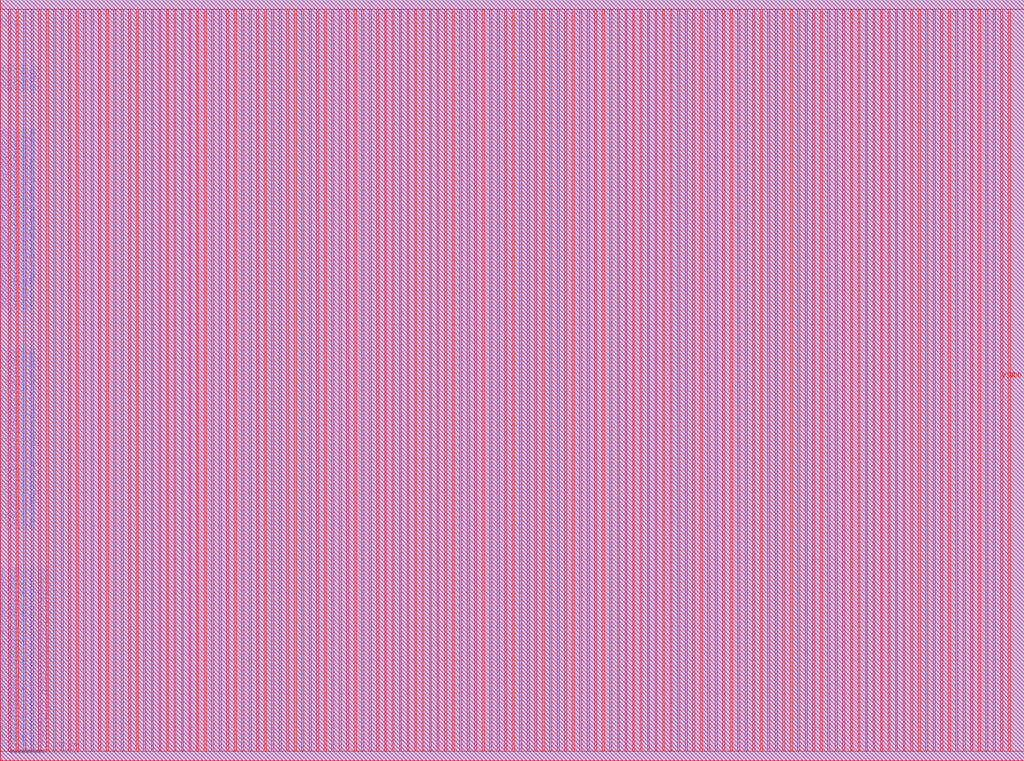
<source format=lef>
VERSION 5.7 ;
BUSBITCHARS "[]" ;
MACRO fakeram45_512x64
  FOREIGN fakeram45_512x64 0 0 ;
  SYMMETRY X Y R90 ;
  SIZE 152.570 BY 113.400 ;
  CLASS BLOCK ;
  PIN w_mask_in[0]
    DIRECTION INPUT ;
    USE SIGNAL ;
    SHAPE ABUTMENT ;
    PORT
      LAYER metal3 ;
      RECT 0.000 1.400 0.070 1.470 ;
    END
  END w_mask_in[0]
  PIN w_mask_in[1]
    DIRECTION INPUT ;
    USE SIGNAL ;
    SHAPE ABUTMENT ;
    PORT
      LAYER metal3 ;
      RECT 0.000 1.820 0.070 1.890 ;
    END
  END w_mask_in[1]
  PIN w_mask_in[2]
    DIRECTION INPUT ;
    USE SIGNAL ;
    SHAPE ABUTMENT ;
    PORT
      LAYER metal3 ;
      RECT 0.000 2.240 0.070 2.310 ;
    END
  END w_mask_in[2]
  PIN w_mask_in[3]
    DIRECTION INPUT ;
    USE SIGNAL ;
    SHAPE ABUTMENT ;
    PORT
      LAYER metal3 ;
      RECT 0.000 2.660 0.070 2.730 ;
    END
  END w_mask_in[3]
  PIN w_mask_in[4]
    DIRECTION INPUT ;
    USE SIGNAL ;
    SHAPE ABUTMENT ;
    PORT
      LAYER metal3 ;
      RECT 0.000 3.080 0.070 3.150 ;
    END
  END w_mask_in[4]
  PIN w_mask_in[5]
    DIRECTION INPUT ;
    USE SIGNAL ;
    SHAPE ABUTMENT ;
    PORT
      LAYER metal3 ;
      RECT 0.000 3.500 0.070 3.570 ;
    END
  END w_mask_in[5]
  PIN w_mask_in[6]
    DIRECTION INPUT ;
    USE SIGNAL ;
    SHAPE ABUTMENT ;
    PORT
      LAYER metal3 ;
      RECT 0.000 3.920 0.070 3.990 ;
    END
  END w_mask_in[6]
  PIN w_mask_in[7]
    DIRECTION INPUT ;
    USE SIGNAL ;
    SHAPE ABUTMENT ;
    PORT
      LAYER metal3 ;
      RECT 0.000 4.340 0.070 4.410 ;
    END
  END w_mask_in[7]
  PIN w_mask_in[8]
    DIRECTION INPUT ;
    USE SIGNAL ;
    SHAPE ABUTMENT ;
    PORT
      LAYER metal3 ;
      RECT 0.000 4.760 0.070 4.830 ;
    END
  END w_mask_in[8]
  PIN w_mask_in[9]
    DIRECTION INPUT ;
    USE SIGNAL ;
    SHAPE ABUTMENT ;
    PORT
      LAYER metal3 ;
      RECT 0.000 5.180 0.070 5.250 ;
    END
  END w_mask_in[9]
  PIN w_mask_in[10]
    DIRECTION INPUT ;
    USE SIGNAL ;
    SHAPE ABUTMENT ;
    PORT
      LAYER metal3 ;
      RECT 0.000 5.600 0.070 5.670 ;
    END
  END w_mask_in[10]
  PIN w_mask_in[11]
    DIRECTION INPUT ;
    USE SIGNAL ;
    SHAPE ABUTMENT ;
    PORT
      LAYER metal3 ;
      RECT 0.000 6.020 0.070 6.090 ;
    END
  END w_mask_in[11]
  PIN w_mask_in[12]
    DIRECTION INPUT ;
    USE SIGNAL ;
    SHAPE ABUTMENT ;
    PORT
      LAYER metal3 ;
      RECT 0.000 6.440 0.070 6.510 ;
    END
  END w_mask_in[12]
  PIN w_mask_in[13]
    DIRECTION INPUT ;
    USE SIGNAL ;
    SHAPE ABUTMENT ;
    PORT
      LAYER metal3 ;
      RECT 0.000 6.860 0.070 6.930 ;
    END
  END w_mask_in[13]
  PIN w_mask_in[14]
    DIRECTION INPUT ;
    USE SIGNAL ;
    SHAPE ABUTMENT ;
    PORT
      LAYER metal3 ;
      RECT 0.000 7.280 0.070 7.350 ;
    END
  END w_mask_in[14]
  PIN w_mask_in[15]
    DIRECTION INPUT ;
    USE SIGNAL ;
    SHAPE ABUTMENT ;
    PORT
      LAYER metal3 ;
      RECT 0.000 7.700 0.070 7.770 ;
    END
  END w_mask_in[15]
  PIN w_mask_in[16]
    DIRECTION INPUT ;
    USE SIGNAL ;
    SHAPE ABUTMENT ;
    PORT
      LAYER metal3 ;
      RECT 0.000 8.120 0.070 8.190 ;
    END
  END w_mask_in[16]
  PIN w_mask_in[17]
    DIRECTION INPUT ;
    USE SIGNAL ;
    SHAPE ABUTMENT ;
    PORT
      LAYER metal3 ;
      RECT 0.000 8.540 0.070 8.610 ;
    END
  END w_mask_in[17]
  PIN w_mask_in[18]
    DIRECTION INPUT ;
    USE SIGNAL ;
    SHAPE ABUTMENT ;
    PORT
      LAYER metal3 ;
      RECT 0.000 8.960 0.070 9.030 ;
    END
  END w_mask_in[18]
  PIN w_mask_in[19]
    DIRECTION INPUT ;
    USE SIGNAL ;
    SHAPE ABUTMENT ;
    PORT
      LAYER metal3 ;
      RECT 0.000 9.380 0.070 9.450 ;
    END
  END w_mask_in[19]
  PIN w_mask_in[20]
    DIRECTION INPUT ;
    USE SIGNAL ;
    SHAPE ABUTMENT ;
    PORT
      LAYER metal3 ;
      RECT 0.000 9.800 0.070 9.870 ;
    END
  END w_mask_in[20]
  PIN w_mask_in[21]
    DIRECTION INPUT ;
    USE SIGNAL ;
    SHAPE ABUTMENT ;
    PORT
      LAYER metal3 ;
      RECT 0.000 10.220 0.070 10.290 ;
    END
  END w_mask_in[21]
  PIN w_mask_in[22]
    DIRECTION INPUT ;
    USE SIGNAL ;
    SHAPE ABUTMENT ;
    PORT
      LAYER metal3 ;
      RECT 0.000 10.640 0.070 10.710 ;
    END
  END w_mask_in[22]
  PIN w_mask_in[23]
    DIRECTION INPUT ;
    USE SIGNAL ;
    SHAPE ABUTMENT ;
    PORT
      LAYER metal3 ;
      RECT 0.000 11.060 0.070 11.130 ;
    END
  END w_mask_in[23]
  PIN w_mask_in[24]
    DIRECTION INPUT ;
    USE SIGNAL ;
    SHAPE ABUTMENT ;
    PORT
      LAYER metal3 ;
      RECT 0.000 11.480 0.070 11.550 ;
    END
  END w_mask_in[24]
  PIN w_mask_in[25]
    DIRECTION INPUT ;
    USE SIGNAL ;
    SHAPE ABUTMENT ;
    PORT
      LAYER metal3 ;
      RECT 0.000 11.900 0.070 11.970 ;
    END
  END w_mask_in[25]
  PIN w_mask_in[26]
    DIRECTION INPUT ;
    USE SIGNAL ;
    SHAPE ABUTMENT ;
    PORT
      LAYER metal3 ;
      RECT 0.000 12.320 0.070 12.390 ;
    END
  END w_mask_in[26]
  PIN w_mask_in[27]
    DIRECTION INPUT ;
    USE SIGNAL ;
    SHAPE ABUTMENT ;
    PORT
      LAYER metal3 ;
      RECT 0.000 12.740 0.070 12.810 ;
    END
  END w_mask_in[27]
  PIN w_mask_in[28]
    DIRECTION INPUT ;
    USE SIGNAL ;
    SHAPE ABUTMENT ;
    PORT
      LAYER metal3 ;
      RECT 0.000 13.160 0.070 13.230 ;
    END
  END w_mask_in[28]
  PIN w_mask_in[29]
    DIRECTION INPUT ;
    USE SIGNAL ;
    SHAPE ABUTMENT ;
    PORT
      LAYER metal3 ;
      RECT 0.000 13.580 0.070 13.650 ;
    END
  END w_mask_in[29]
  PIN w_mask_in[30]
    DIRECTION INPUT ;
    USE SIGNAL ;
    SHAPE ABUTMENT ;
    PORT
      LAYER metal3 ;
      RECT 0.000 14.000 0.070 14.070 ;
    END
  END w_mask_in[30]
  PIN w_mask_in[31]
    DIRECTION INPUT ;
    USE SIGNAL ;
    SHAPE ABUTMENT ;
    PORT
      LAYER metal3 ;
      RECT 0.000 14.420 0.070 14.490 ;
    END
  END w_mask_in[31]
  PIN w_mask_in[32]
    DIRECTION INPUT ;
    USE SIGNAL ;
    SHAPE ABUTMENT ;
    PORT
      LAYER metal3 ;
      RECT 0.000 14.840 0.070 14.910 ;
    END
  END w_mask_in[32]
  PIN w_mask_in[33]
    DIRECTION INPUT ;
    USE SIGNAL ;
    SHAPE ABUTMENT ;
    PORT
      LAYER metal3 ;
      RECT 0.000 15.260 0.070 15.330 ;
    END
  END w_mask_in[33]
  PIN w_mask_in[34]
    DIRECTION INPUT ;
    USE SIGNAL ;
    SHAPE ABUTMENT ;
    PORT
      LAYER metal3 ;
      RECT 0.000 15.680 0.070 15.750 ;
    END
  END w_mask_in[34]
  PIN w_mask_in[35]
    DIRECTION INPUT ;
    USE SIGNAL ;
    SHAPE ABUTMENT ;
    PORT
      LAYER metal3 ;
      RECT 0.000 16.100 0.070 16.170 ;
    END
  END w_mask_in[35]
  PIN w_mask_in[36]
    DIRECTION INPUT ;
    USE SIGNAL ;
    SHAPE ABUTMENT ;
    PORT
      LAYER metal3 ;
      RECT 0.000 16.520 0.070 16.590 ;
    END
  END w_mask_in[36]
  PIN w_mask_in[37]
    DIRECTION INPUT ;
    USE SIGNAL ;
    SHAPE ABUTMENT ;
    PORT
      LAYER metal3 ;
      RECT 0.000 16.940 0.070 17.010 ;
    END
  END w_mask_in[37]
  PIN w_mask_in[38]
    DIRECTION INPUT ;
    USE SIGNAL ;
    SHAPE ABUTMENT ;
    PORT
      LAYER metal3 ;
      RECT 0.000 17.360 0.070 17.430 ;
    END
  END w_mask_in[38]
  PIN w_mask_in[39]
    DIRECTION INPUT ;
    USE SIGNAL ;
    SHAPE ABUTMENT ;
    PORT
      LAYER metal3 ;
      RECT 0.000 17.780 0.070 17.850 ;
    END
  END w_mask_in[39]
  PIN w_mask_in[40]
    DIRECTION INPUT ;
    USE SIGNAL ;
    SHAPE ABUTMENT ;
    PORT
      LAYER metal3 ;
      RECT 0.000 18.200 0.070 18.270 ;
    END
  END w_mask_in[40]
  PIN w_mask_in[41]
    DIRECTION INPUT ;
    USE SIGNAL ;
    SHAPE ABUTMENT ;
    PORT
      LAYER metal3 ;
      RECT 0.000 18.620 0.070 18.690 ;
    END
  END w_mask_in[41]
  PIN w_mask_in[42]
    DIRECTION INPUT ;
    USE SIGNAL ;
    SHAPE ABUTMENT ;
    PORT
      LAYER metal3 ;
      RECT 0.000 19.040 0.070 19.110 ;
    END
  END w_mask_in[42]
  PIN w_mask_in[43]
    DIRECTION INPUT ;
    USE SIGNAL ;
    SHAPE ABUTMENT ;
    PORT
      LAYER metal3 ;
      RECT 0.000 19.460 0.070 19.530 ;
    END
  END w_mask_in[43]
  PIN w_mask_in[44]
    DIRECTION INPUT ;
    USE SIGNAL ;
    SHAPE ABUTMENT ;
    PORT
      LAYER metal3 ;
      RECT 0.000 19.880 0.070 19.950 ;
    END
  END w_mask_in[44]
  PIN w_mask_in[45]
    DIRECTION INPUT ;
    USE SIGNAL ;
    SHAPE ABUTMENT ;
    PORT
      LAYER metal3 ;
      RECT 0.000 20.300 0.070 20.370 ;
    END
  END w_mask_in[45]
  PIN w_mask_in[46]
    DIRECTION INPUT ;
    USE SIGNAL ;
    SHAPE ABUTMENT ;
    PORT
      LAYER metal3 ;
      RECT 0.000 20.720 0.070 20.790 ;
    END
  END w_mask_in[46]
  PIN w_mask_in[47]
    DIRECTION INPUT ;
    USE SIGNAL ;
    SHAPE ABUTMENT ;
    PORT
      LAYER metal3 ;
      RECT 0.000 21.140 0.070 21.210 ;
    END
  END w_mask_in[47]
  PIN w_mask_in[48]
    DIRECTION INPUT ;
    USE SIGNAL ;
    SHAPE ABUTMENT ;
    PORT
      LAYER metal3 ;
      RECT 0.000 21.560 0.070 21.630 ;
    END
  END w_mask_in[48]
  PIN w_mask_in[49]
    DIRECTION INPUT ;
    USE SIGNAL ;
    SHAPE ABUTMENT ;
    PORT
      LAYER metal3 ;
      RECT 0.000 21.980 0.070 22.050 ;
    END
  END w_mask_in[49]
  PIN w_mask_in[50]
    DIRECTION INPUT ;
    USE SIGNAL ;
    SHAPE ABUTMENT ;
    PORT
      LAYER metal3 ;
      RECT 0.000 22.400 0.070 22.470 ;
    END
  END w_mask_in[50]
  PIN w_mask_in[51]
    DIRECTION INPUT ;
    USE SIGNAL ;
    SHAPE ABUTMENT ;
    PORT
      LAYER metal3 ;
      RECT 0.000 22.820 0.070 22.890 ;
    END
  END w_mask_in[51]
  PIN w_mask_in[52]
    DIRECTION INPUT ;
    USE SIGNAL ;
    SHAPE ABUTMENT ;
    PORT
      LAYER metal3 ;
      RECT 0.000 23.240 0.070 23.310 ;
    END
  END w_mask_in[52]
  PIN w_mask_in[53]
    DIRECTION INPUT ;
    USE SIGNAL ;
    SHAPE ABUTMENT ;
    PORT
      LAYER metal3 ;
      RECT 0.000 23.660 0.070 23.730 ;
    END
  END w_mask_in[53]
  PIN w_mask_in[54]
    DIRECTION INPUT ;
    USE SIGNAL ;
    SHAPE ABUTMENT ;
    PORT
      LAYER metal3 ;
      RECT 0.000 24.080 0.070 24.150 ;
    END
  END w_mask_in[54]
  PIN w_mask_in[55]
    DIRECTION INPUT ;
    USE SIGNAL ;
    SHAPE ABUTMENT ;
    PORT
      LAYER metal3 ;
      RECT 0.000 24.500 0.070 24.570 ;
    END
  END w_mask_in[55]
  PIN w_mask_in[56]
    DIRECTION INPUT ;
    USE SIGNAL ;
    SHAPE ABUTMENT ;
    PORT
      LAYER metal3 ;
      RECT 0.000 24.920 0.070 24.990 ;
    END
  END w_mask_in[56]
  PIN w_mask_in[57]
    DIRECTION INPUT ;
    USE SIGNAL ;
    SHAPE ABUTMENT ;
    PORT
      LAYER metal3 ;
      RECT 0.000 25.340 0.070 25.410 ;
    END
  END w_mask_in[57]
  PIN w_mask_in[58]
    DIRECTION INPUT ;
    USE SIGNAL ;
    SHAPE ABUTMENT ;
    PORT
      LAYER metal3 ;
      RECT 0.000 25.760 0.070 25.830 ;
    END
  END w_mask_in[58]
  PIN w_mask_in[59]
    DIRECTION INPUT ;
    USE SIGNAL ;
    SHAPE ABUTMENT ;
    PORT
      LAYER metal3 ;
      RECT 0.000 26.180 0.070 26.250 ;
    END
  END w_mask_in[59]
  PIN w_mask_in[60]
    DIRECTION INPUT ;
    USE SIGNAL ;
    SHAPE ABUTMENT ;
    PORT
      LAYER metal3 ;
      RECT 0.000 26.600 0.070 26.670 ;
    END
  END w_mask_in[60]
  PIN w_mask_in[61]
    DIRECTION INPUT ;
    USE SIGNAL ;
    SHAPE ABUTMENT ;
    PORT
      LAYER metal3 ;
      RECT 0.000 27.020 0.070 27.090 ;
    END
  END w_mask_in[61]
  PIN w_mask_in[62]
    DIRECTION INPUT ;
    USE SIGNAL ;
    SHAPE ABUTMENT ;
    PORT
      LAYER metal3 ;
      RECT 0.000 27.440 0.070 27.510 ;
    END
  END w_mask_in[62]
  PIN w_mask_in[63]
    DIRECTION INPUT ;
    USE SIGNAL ;
    SHAPE ABUTMENT ;
    PORT
      LAYER metal3 ;
      RECT 0.000 27.860 0.070 27.930 ;
    END
  END w_mask_in[63]
  PIN rd_out[0]
    DIRECTION OUTPUT ;
    USE SIGNAL ;
    SHAPE ABUTMENT ;
    PORT
      LAYER metal3 ;
      RECT 0.000 34.020 0.070 34.090 ;
    END
  END rd_out[0]
  PIN rd_out[1]
    DIRECTION OUTPUT ;
    USE SIGNAL ;
    SHAPE ABUTMENT ;
    PORT
      LAYER metal3 ;
      RECT 0.000 34.440 0.070 34.510 ;
    END
  END rd_out[1]
  PIN rd_out[2]
    DIRECTION OUTPUT ;
    USE SIGNAL ;
    SHAPE ABUTMENT ;
    PORT
      LAYER metal3 ;
      RECT 0.000 34.860 0.070 34.930 ;
    END
  END rd_out[2]
  PIN rd_out[3]
    DIRECTION OUTPUT ;
    USE SIGNAL ;
    SHAPE ABUTMENT ;
    PORT
      LAYER metal3 ;
      RECT 0.000 35.280 0.070 35.350 ;
    END
  END rd_out[3]
  PIN rd_out[4]
    DIRECTION OUTPUT ;
    USE SIGNAL ;
    SHAPE ABUTMENT ;
    PORT
      LAYER metal3 ;
      RECT 0.000 35.700 0.070 35.770 ;
    END
  END rd_out[4]
  PIN rd_out[5]
    DIRECTION OUTPUT ;
    USE SIGNAL ;
    SHAPE ABUTMENT ;
    PORT
      LAYER metal3 ;
      RECT 0.000 36.120 0.070 36.190 ;
    END
  END rd_out[5]
  PIN rd_out[6]
    DIRECTION OUTPUT ;
    USE SIGNAL ;
    SHAPE ABUTMENT ;
    PORT
      LAYER metal3 ;
      RECT 0.000 36.540 0.070 36.610 ;
    END
  END rd_out[6]
  PIN rd_out[7]
    DIRECTION OUTPUT ;
    USE SIGNAL ;
    SHAPE ABUTMENT ;
    PORT
      LAYER metal3 ;
      RECT 0.000 36.960 0.070 37.030 ;
    END
  END rd_out[7]
  PIN rd_out[8]
    DIRECTION OUTPUT ;
    USE SIGNAL ;
    SHAPE ABUTMENT ;
    PORT
      LAYER metal3 ;
      RECT 0.000 37.380 0.070 37.450 ;
    END
  END rd_out[8]
  PIN rd_out[9]
    DIRECTION OUTPUT ;
    USE SIGNAL ;
    SHAPE ABUTMENT ;
    PORT
      LAYER metal3 ;
      RECT 0.000 37.800 0.070 37.870 ;
    END
  END rd_out[9]
  PIN rd_out[10]
    DIRECTION OUTPUT ;
    USE SIGNAL ;
    SHAPE ABUTMENT ;
    PORT
      LAYER metal3 ;
      RECT 0.000 38.220 0.070 38.290 ;
    END
  END rd_out[10]
  PIN rd_out[11]
    DIRECTION OUTPUT ;
    USE SIGNAL ;
    SHAPE ABUTMENT ;
    PORT
      LAYER metal3 ;
      RECT 0.000 38.640 0.070 38.710 ;
    END
  END rd_out[11]
  PIN rd_out[12]
    DIRECTION OUTPUT ;
    USE SIGNAL ;
    SHAPE ABUTMENT ;
    PORT
      LAYER metal3 ;
      RECT 0.000 39.060 0.070 39.130 ;
    END
  END rd_out[12]
  PIN rd_out[13]
    DIRECTION OUTPUT ;
    USE SIGNAL ;
    SHAPE ABUTMENT ;
    PORT
      LAYER metal3 ;
      RECT 0.000 39.480 0.070 39.550 ;
    END
  END rd_out[13]
  PIN rd_out[14]
    DIRECTION OUTPUT ;
    USE SIGNAL ;
    SHAPE ABUTMENT ;
    PORT
      LAYER metal3 ;
      RECT 0.000 39.900 0.070 39.970 ;
    END
  END rd_out[14]
  PIN rd_out[15]
    DIRECTION OUTPUT ;
    USE SIGNAL ;
    SHAPE ABUTMENT ;
    PORT
      LAYER metal3 ;
      RECT 0.000 40.320 0.070 40.390 ;
    END
  END rd_out[15]
  PIN rd_out[16]
    DIRECTION OUTPUT ;
    USE SIGNAL ;
    SHAPE ABUTMENT ;
    PORT
      LAYER metal3 ;
      RECT 0.000 40.740 0.070 40.810 ;
    END
  END rd_out[16]
  PIN rd_out[17]
    DIRECTION OUTPUT ;
    USE SIGNAL ;
    SHAPE ABUTMENT ;
    PORT
      LAYER metal3 ;
      RECT 0.000 41.160 0.070 41.230 ;
    END
  END rd_out[17]
  PIN rd_out[18]
    DIRECTION OUTPUT ;
    USE SIGNAL ;
    SHAPE ABUTMENT ;
    PORT
      LAYER metal3 ;
      RECT 0.000 41.580 0.070 41.650 ;
    END
  END rd_out[18]
  PIN rd_out[19]
    DIRECTION OUTPUT ;
    USE SIGNAL ;
    SHAPE ABUTMENT ;
    PORT
      LAYER metal3 ;
      RECT 0.000 42.000 0.070 42.070 ;
    END
  END rd_out[19]
  PIN rd_out[20]
    DIRECTION OUTPUT ;
    USE SIGNAL ;
    SHAPE ABUTMENT ;
    PORT
      LAYER metal3 ;
      RECT 0.000 42.420 0.070 42.490 ;
    END
  END rd_out[20]
  PIN rd_out[21]
    DIRECTION OUTPUT ;
    USE SIGNAL ;
    SHAPE ABUTMENT ;
    PORT
      LAYER metal3 ;
      RECT 0.000 42.840 0.070 42.910 ;
    END
  END rd_out[21]
  PIN rd_out[22]
    DIRECTION OUTPUT ;
    USE SIGNAL ;
    SHAPE ABUTMENT ;
    PORT
      LAYER metal3 ;
      RECT 0.000 43.260 0.070 43.330 ;
    END
  END rd_out[22]
  PIN rd_out[23]
    DIRECTION OUTPUT ;
    USE SIGNAL ;
    SHAPE ABUTMENT ;
    PORT
      LAYER metal3 ;
      RECT 0.000 43.680 0.070 43.750 ;
    END
  END rd_out[23]
  PIN rd_out[24]
    DIRECTION OUTPUT ;
    USE SIGNAL ;
    SHAPE ABUTMENT ;
    PORT
      LAYER metal3 ;
      RECT 0.000 44.100 0.070 44.170 ;
    END
  END rd_out[24]
  PIN rd_out[25]
    DIRECTION OUTPUT ;
    USE SIGNAL ;
    SHAPE ABUTMENT ;
    PORT
      LAYER metal3 ;
      RECT 0.000 44.520 0.070 44.590 ;
    END
  END rd_out[25]
  PIN rd_out[26]
    DIRECTION OUTPUT ;
    USE SIGNAL ;
    SHAPE ABUTMENT ;
    PORT
      LAYER metal3 ;
      RECT 0.000 44.940 0.070 45.010 ;
    END
  END rd_out[26]
  PIN rd_out[27]
    DIRECTION OUTPUT ;
    USE SIGNAL ;
    SHAPE ABUTMENT ;
    PORT
      LAYER metal3 ;
      RECT 0.000 45.360 0.070 45.430 ;
    END
  END rd_out[27]
  PIN rd_out[28]
    DIRECTION OUTPUT ;
    USE SIGNAL ;
    SHAPE ABUTMENT ;
    PORT
      LAYER metal3 ;
      RECT 0.000 45.780 0.070 45.850 ;
    END
  END rd_out[28]
  PIN rd_out[29]
    DIRECTION OUTPUT ;
    USE SIGNAL ;
    SHAPE ABUTMENT ;
    PORT
      LAYER metal3 ;
      RECT 0.000 46.200 0.070 46.270 ;
    END
  END rd_out[29]
  PIN rd_out[30]
    DIRECTION OUTPUT ;
    USE SIGNAL ;
    SHAPE ABUTMENT ;
    PORT
      LAYER metal3 ;
      RECT 0.000 46.620 0.070 46.690 ;
    END
  END rd_out[30]
  PIN rd_out[31]
    DIRECTION OUTPUT ;
    USE SIGNAL ;
    SHAPE ABUTMENT ;
    PORT
      LAYER metal3 ;
      RECT 0.000 47.040 0.070 47.110 ;
    END
  END rd_out[31]
  PIN rd_out[32]
    DIRECTION OUTPUT ;
    USE SIGNAL ;
    SHAPE ABUTMENT ;
    PORT
      LAYER metal3 ;
      RECT 0.000 47.460 0.070 47.530 ;
    END
  END rd_out[32]
  PIN rd_out[33]
    DIRECTION OUTPUT ;
    USE SIGNAL ;
    SHAPE ABUTMENT ;
    PORT
      LAYER metal3 ;
      RECT 0.000 47.880 0.070 47.950 ;
    END
  END rd_out[33]
  PIN rd_out[34]
    DIRECTION OUTPUT ;
    USE SIGNAL ;
    SHAPE ABUTMENT ;
    PORT
      LAYER metal3 ;
      RECT 0.000 48.300 0.070 48.370 ;
    END
  END rd_out[34]
  PIN rd_out[35]
    DIRECTION OUTPUT ;
    USE SIGNAL ;
    SHAPE ABUTMENT ;
    PORT
      LAYER metal3 ;
      RECT 0.000 48.720 0.070 48.790 ;
    END
  END rd_out[35]
  PIN rd_out[36]
    DIRECTION OUTPUT ;
    USE SIGNAL ;
    SHAPE ABUTMENT ;
    PORT
      LAYER metal3 ;
      RECT 0.000 49.140 0.070 49.210 ;
    END
  END rd_out[36]
  PIN rd_out[37]
    DIRECTION OUTPUT ;
    USE SIGNAL ;
    SHAPE ABUTMENT ;
    PORT
      LAYER metal3 ;
      RECT 0.000 49.560 0.070 49.630 ;
    END
  END rd_out[37]
  PIN rd_out[38]
    DIRECTION OUTPUT ;
    USE SIGNAL ;
    SHAPE ABUTMENT ;
    PORT
      LAYER metal3 ;
      RECT 0.000 49.980 0.070 50.050 ;
    END
  END rd_out[38]
  PIN rd_out[39]
    DIRECTION OUTPUT ;
    USE SIGNAL ;
    SHAPE ABUTMENT ;
    PORT
      LAYER metal3 ;
      RECT 0.000 50.400 0.070 50.470 ;
    END
  END rd_out[39]
  PIN rd_out[40]
    DIRECTION OUTPUT ;
    USE SIGNAL ;
    SHAPE ABUTMENT ;
    PORT
      LAYER metal3 ;
      RECT 0.000 50.820 0.070 50.890 ;
    END
  END rd_out[40]
  PIN rd_out[41]
    DIRECTION OUTPUT ;
    USE SIGNAL ;
    SHAPE ABUTMENT ;
    PORT
      LAYER metal3 ;
      RECT 0.000 51.240 0.070 51.310 ;
    END
  END rd_out[41]
  PIN rd_out[42]
    DIRECTION OUTPUT ;
    USE SIGNAL ;
    SHAPE ABUTMENT ;
    PORT
      LAYER metal3 ;
      RECT 0.000 51.660 0.070 51.730 ;
    END
  END rd_out[42]
  PIN rd_out[43]
    DIRECTION OUTPUT ;
    USE SIGNAL ;
    SHAPE ABUTMENT ;
    PORT
      LAYER metal3 ;
      RECT 0.000 52.080 0.070 52.150 ;
    END
  END rd_out[43]
  PIN rd_out[44]
    DIRECTION OUTPUT ;
    USE SIGNAL ;
    SHAPE ABUTMENT ;
    PORT
      LAYER metal3 ;
      RECT 0.000 52.500 0.070 52.570 ;
    END
  END rd_out[44]
  PIN rd_out[45]
    DIRECTION OUTPUT ;
    USE SIGNAL ;
    SHAPE ABUTMENT ;
    PORT
      LAYER metal3 ;
      RECT 0.000 52.920 0.070 52.990 ;
    END
  END rd_out[45]
  PIN rd_out[46]
    DIRECTION OUTPUT ;
    USE SIGNAL ;
    SHAPE ABUTMENT ;
    PORT
      LAYER metal3 ;
      RECT 0.000 53.340 0.070 53.410 ;
    END
  END rd_out[46]
  PIN rd_out[47]
    DIRECTION OUTPUT ;
    USE SIGNAL ;
    SHAPE ABUTMENT ;
    PORT
      LAYER metal3 ;
      RECT 0.000 53.760 0.070 53.830 ;
    END
  END rd_out[47]
  PIN rd_out[48]
    DIRECTION OUTPUT ;
    USE SIGNAL ;
    SHAPE ABUTMENT ;
    PORT
      LAYER metal3 ;
      RECT 0.000 54.180 0.070 54.250 ;
    END
  END rd_out[48]
  PIN rd_out[49]
    DIRECTION OUTPUT ;
    USE SIGNAL ;
    SHAPE ABUTMENT ;
    PORT
      LAYER metal3 ;
      RECT 0.000 54.600 0.070 54.670 ;
    END
  END rd_out[49]
  PIN rd_out[50]
    DIRECTION OUTPUT ;
    USE SIGNAL ;
    SHAPE ABUTMENT ;
    PORT
      LAYER metal3 ;
      RECT 0.000 55.020 0.070 55.090 ;
    END
  END rd_out[50]
  PIN rd_out[51]
    DIRECTION OUTPUT ;
    USE SIGNAL ;
    SHAPE ABUTMENT ;
    PORT
      LAYER metal3 ;
      RECT 0.000 55.440 0.070 55.510 ;
    END
  END rd_out[51]
  PIN rd_out[52]
    DIRECTION OUTPUT ;
    USE SIGNAL ;
    SHAPE ABUTMENT ;
    PORT
      LAYER metal3 ;
      RECT 0.000 55.860 0.070 55.930 ;
    END
  END rd_out[52]
  PIN rd_out[53]
    DIRECTION OUTPUT ;
    USE SIGNAL ;
    SHAPE ABUTMENT ;
    PORT
      LAYER metal3 ;
      RECT 0.000 56.280 0.070 56.350 ;
    END
  END rd_out[53]
  PIN rd_out[54]
    DIRECTION OUTPUT ;
    USE SIGNAL ;
    SHAPE ABUTMENT ;
    PORT
      LAYER metal3 ;
      RECT 0.000 56.700 0.070 56.770 ;
    END
  END rd_out[54]
  PIN rd_out[55]
    DIRECTION OUTPUT ;
    USE SIGNAL ;
    SHAPE ABUTMENT ;
    PORT
      LAYER metal3 ;
      RECT 0.000 57.120 0.070 57.190 ;
    END
  END rd_out[55]
  PIN rd_out[56]
    DIRECTION OUTPUT ;
    USE SIGNAL ;
    SHAPE ABUTMENT ;
    PORT
      LAYER metal3 ;
      RECT 0.000 57.540 0.070 57.610 ;
    END
  END rd_out[56]
  PIN rd_out[57]
    DIRECTION OUTPUT ;
    USE SIGNAL ;
    SHAPE ABUTMENT ;
    PORT
      LAYER metal3 ;
      RECT 0.000 57.960 0.070 58.030 ;
    END
  END rd_out[57]
  PIN rd_out[58]
    DIRECTION OUTPUT ;
    USE SIGNAL ;
    SHAPE ABUTMENT ;
    PORT
      LAYER metal3 ;
      RECT 0.000 58.380 0.070 58.450 ;
    END
  END rd_out[58]
  PIN rd_out[59]
    DIRECTION OUTPUT ;
    USE SIGNAL ;
    SHAPE ABUTMENT ;
    PORT
      LAYER metal3 ;
      RECT 0.000 58.800 0.070 58.870 ;
    END
  END rd_out[59]
  PIN rd_out[60]
    DIRECTION OUTPUT ;
    USE SIGNAL ;
    SHAPE ABUTMENT ;
    PORT
      LAYER metal3 ;
      RECT 0.000 59.220 0.070 59.290 ;
    END
  END rd_out[60]
  PIN rd_out[61]
    DIRECTION OUTPUT ;
    USE SIGNAL ;
    SHAPE ABUTMENT ;
    PORT
      LAYER metal3 ;
      RECT 0.000 59.640 0.070 59.710 ;
    END
  END rd_out[61]
  PIN rd_out[62]
    DIRECTION OUTPUT ;
    USE SIGNAL ;
    SHAPE ABUTMENT ;
    PORT
      LAYER metal3 ;
      RECT 0.000 60.060 0.070 60.130 ;
    END
  END rd_out[62]
  PIN rd_out[63]
    DIRECTION OUTPUT ;
    USE SIGNAL ;
    SHAPE ABUTMENT ;
    PORT
      LAYER metal3 ;
      RECT 0.000 60.480 0.070 60.550 ;
    END
  END rd_out[63]
  PIN wd_in[0]
    DIRECTION INPUT ;
    USE SIGNAL ;
    SHAPE ABUTMENT ;
    PORT
      LAYER metal3 ;
      RECT 0.000 66.640 0.070 66.710 ;
    END
  END wd_in[0]
  PIN wd_in[1]
    DIRECTION INPUT ;
    USE SIGNAL ;
    SHAPE ABUTMENT ;
    PORT
      LAYER metal3 ;
      RECT 0.000 67.060 0.070 67.130 ;
    END
  END wd_in[1]
  PIN wd_in[2]
    DIRECTION INPUT ;
    USE SIGNAL ;
    SHAPE ABUTMENT ;
    PORT
      LAYER metal3 ;
      RECT 0.000 67.480 0.070 67.550 ;
    END
  END wd_in[2]
  PIN wd_in[3]
    DIRECTION INPUT ;
    USE SIGNAL ;
    SHAPE ABUTMENT ;
    PORT
      LAYER metal3 ;
      RECT 0.000 67.900 0.070 67.970 ;
    END
  END wd_in[3]
  PIN wd_in[4]
    DIRECTION INPUT ;
    USE SIGNAL ;
    SHAPE ABUTMENT ;
    PORT
      LAYER metal3 ;
      RECT 0.000 68.320 0.070 68.390 ;
    END
  END wd_in[4]
  PIN wd_in[5]
    DIRECTION INPUT ;
    USE SIGNAL ;
    SHAPE ABUTMENT ;
    PORT
      LAYER metal3 ;
      RECT 0.000 68.740 0.070 68.810 ;
    END
  END wd_in[5]
  PIN wd_in[6]
    DIRECTION INPUT ;
    USE SIGNAL ;
    SHAPE ABUTMENT ;
    PORT
      LAYER metal3 ;
      RECT 0.000 69.160 0.070 69.230 ;
    END
  END wd_in[6]
  PIN wd_in[7]
    DIRECTION INPUT ;
    USE SIGNAL ;
    SHAPE ABUTMENT ;
    PORT
      LAYER metal3 ;
      RECT 0.000 69.580 0.070 69.650 ;
    END
  END wd_in[7]
  PIN wd_in[8]
    DIRECTION INPUT ;
    USE SIGNAL ;
    SHAPE ABUTMENT ;
    PORT
      LAYER metal3 ;
      RECT 0.000 70.000 0.070 70.070 ;
    END
  END wd_in[8]
  PIN wd_in[9]
    DIRECTION INPUT ;
    USE SIGNAL ;
    SHAPE ABUTMENT ;
    PORT
      LAYER metal3 ;
      RECT 0.000 70.420 0.070 70.490 ;
    END
  END wd_in[9]
  PIN wd_in[10]
    DIRECTION INPUT ;
    USE SIGNAL ;
    SHAPE ABUTMENT ;
    PORT
      LAYER metal3 ;
      RECT 0.000 70.840 0.070 70.910 ;
    END
  END wd_in[10]
  PIN wd_in[11]
    DIRECTION INPUT ;
    USE SIGNAL ;
    SHAPE ABUTMENT ;
    PORT
      LAYER metal3 ;
      RECT 0.000 71.260 0.070 71.330 ;
    END
  END wd_in[11]
  PIN wd_in[12]
    DIRECTION INPUT ;
    USE SIGNAL ;
    SHAPE ABUTMENT ;
    PORT
      LAYER metal3 ;
      RECT 0.000 71.680 0.070 71.750 ;
    END
  END wd_in[12]
  PIN wd_in[13]
    DIRECTION INPUT ;
    USE SIGNAL ;
    SHAPE ABUTMENT ;
    PORT
      LAYER metal3 ;
      RECT 0.000 72.100 0.070 72.170 ;
    END
  END wd_in[13]
  PIN wd_in[14]
    DIRECTION INPUT ;
    USE SIGNAL ;
    SHAPE ABUTMENT ;
    PORT
      LAYER metal3 ;
      RECT 0.000 72.520 0.070 72.590 ;
    END
  END wd_in[14]
  PIN wd_in[15]
    DIRECTION INPUT ;
    USE SIGNAL ;
    SHAPE ABUTMENT ;
    PORT
      LAYER metal3 ;
      RECT 0.000 72.940 0.070 73.010 ;
    END
  END wd_in[15]
  PIN wd_in[16]
    DIRECTION INPUT ;
    USE SIGNAL ;
    SHAPE ABUTMENT ;
    PORT
      LAYER metal3 ;
      RECT 0.000 73.360 0.070 73.430 ;
    END
  END wd_in[16]
  PIN wd_in[17]
    DIRECTION INPUT ;
    USE SIGNAL ;
    SHAPE ABUTMENT ;
    PORT
      LAYER metal3 ;
      RECT 0.000 73.780 0.070 73.850 ;
    END
  END wd_in[17]
  PIN wd_in[18]
    DIRECTION INPUT ;
    USE SIGNAL ;
    SHAPE ABUTMENT ;
    PORT
      LAYER metal3 ;
      RECT 0.000 74.200 0.070 74.270 ;
    END
  END wd_in[18]
  PIN wd_in[19]
    DIRECTION INPUT ;
    USE SIGNAL ;
    SHAPE ABUTMENT ;
    PORT
      LAYER metal3 ;
      RECT 0.000 74.620 0.070 74.690 ;
    END
  END wd_in[19]
  PIN wd_in[20]
    DIRECTION INPUT ;
    USE SIGNAL ;
    SHAPE ABUTMENT ;
    PORT
      LAYER metal3 ;
      RECT 0.000 75.040 0.070 75.110 ;
    END
  END wd_in[20]
  PIN wd_in[21]
    DIRECTION INPUT ;
    USE SIGNAL ;
    SHAPE ABUTMENT ;
    PORT
      LAYER metal3 ;
      RECT 0.000 75.460 0.070 75.530 ;
    END
  END wd_in[21]
  PIN wd_in[22]
    DIRECTION INPUT ;
    USE SIGNAL ;
    SHAPE ABUTMENT ;
    PORT
      LAYER metal3 ;
      RECT 0.000 75.880 0.070 75.950 ;
    END
  END wd_in[22]
  PIN wd_in[23]
    DIRECTION INPUT ;
    USE SIGNAL ;
    SHAPE ABUTMENT ;
    PORT
      LAYER metal3 ;
      RECT 0.000 76.300 0.070 76.370 ;
    END
  END wd_in[23]
  PIN wd_in[24]
    DIRECTION INPUT ;
    USE SIGNAL ;
    SHAPE ABUTMENT ;
    PORT
      LAYER metal3 ;
      RECT 0.000 76.720 0.070 76.790 ;
    END
  END wd_in[24]
  PIN wd_in[25]
    DIRECTION INPUT ;
    USE SIGNAL ;
    SHAPE ABUTMENT ;
    PORT
      LAYER metal3 ;
      RECT 0.000 77.140 0.070 77.210 ;
    END
  END wd_in[25]
  PIN wd_in[26]
    DIRECTION INPUT ;
    USE SIGNAL ;
    SHAPE ABUTMENT ;
    PORT
      LAYER metal3 ;
      RECT 0.000 77.560 0.070 77.630 ;
    END
  END wd_in[26]
  PIN wd_in[27]
    DIRECTION INPUT ;
    USE SIGNAL ;
    SHAPE ABUTMENT ;
    PORT
      LAYER metal3 ;
      RECT 0.000 77.980 0.070 78.050 ;
    END
  END wd_in[27]
  PIN wd_in[28]
    DIRECTION INPUT ;
    USE SIGNAL ;
    SHAPE ABUTMENT ;
    PORT
      LAYER metal3 ;
      RECT 0.000 78.400 0.070 78.470 ;
    END
  END wd_in[28]
  PIN wd_in[29]
    DIRECTION INPUT ;
    USE SIGNAL ;
    SHAPE ABUTMENT ;
    PORT
      LAYER metal3 ;
      RECT 0.000 78.820 0.070 78.890 ;
    END
  END wd_in[29]
  PIN wd_in[30]
    DIRECTION INPUT ;
    USE SIGNAL ;
    SHAPE ABUTMENT ;
    PORT
      LAYER metal3 ;
      RECT 0.000 79.240 0.070 79.310 ;
    END
  END wd_in[30]
  PIN wd_in[31]
    DIRECTION INPUT ;
    USE SIGNAL ;
    SHAPE ABUTMENT ;
    PORT
      LAYER metal3 ;
      RECT 0.000 79.660 0.070 79.730 ;
    END
  END wd_in[31]
  PIN wd_in[32]
    DIRECTION INPUT ;
    USE SIGNAL ;
    SHAPE ABUTMENT ;
    PORT
      LAYER metal3 ;
      RECT 0.000 80.080 0.070 80.150 ;
    END
  END wd_in[32]
  PIN wd_in[33]
    DIRECTION INPUT ;
    USE SIGNAL ;
    SHAPE ABUTMENT ;
    PORT
      LAYER metal3 ;
      RECT 0.000 80.500 0.070 80.570 ;
    END
  END wd_in[33]
  PIN wd_in[34]
    DIRECTION INPUT ;
    USE SIGNAL ;
    SHAPE ABUTMENT ;
    PORT
      LAYER metal3 ;
      RECT 0.000 80.920 0.070 80.990 ;
    END
  END wd_in[34]
  PIN wd_in[35]
    DIRECTION INPUT ;
    USE SIGNAL ;
    SHAPE ABUTMENT ;
    PORT
      LAYER metal3 ;
      RECT 0.000 81.340 0.070 81.410 ;
    END
  END wd_in[35]
  PIN wd_in[36]
    DIRECTION INPUT ;
    USE SIGNAL ;
    SHAPE ABUTMENT ;
    PORT
      LAYER metal3 ;
      RECT 0.000 81.760 0.070 81.830 ;
    END
  END wd_in[36]
  PIN wd_in[37]
    DIRECTION INPUT ;
    USE SIGNAL ;
    SHAPE ABUTMENT ;
    PORT
      LAYER metal3 ;
      RECT 0.000 82.180 0.070 82.250 ;
    END
  END wd_in[37]
  PIN wd_in[38]
    DIRECTION INPUT ;
    USE SIGNAL ;
    SHAPE ABUTMENT ;
    PORT
      LAYER metal3 ;
      RECT 0.000 82.600 0.070 82.670 ;
    END
  END wd_in[38]
  PIN wd_in[39]
    DIRECTION INPUT ;
    USE SIGNAL ;
    SHAPE ABUTMENT ;
    PORT
      LAYER metal3 ;
      RECT 0.000 83.020 0.070 83.090 ;
    END
  END wd_in[39]
  PIN wd_in[40]
    DIRECTION INPUT ;
    USE SIGNAL ;
    SHAPE ABUTMENT ;
    PORT
      LAYER metal3 ;
      RECT 0.000 83.440 0.070 83.510 ;
    END
  END wd_in[40]
  PIN wd_in[41]
    DIRECTION INPUT ;
    USE SIGNAL ;
    SHAPE ABUTMENT ;
    PORT
      LAYER metal3 ;
      RECT 0.000 83.860 0.070 83.930 ;
    END
  END wd_in[41]
  PIN wd_in[42]
    DIRECTION INPUT ;
    USE SIGNAL ;
    SHAPE ABUTMENT ;
    PORT
      LAYER metal3 ;
      RECT 0.000 84.280 0.070 84.350 ;
    END
  END wd_in[42]
  PIN wd_in[43]
    DIRECTION INPUT ;
    USE SIGNAL ;
    SHAPE ABUTMENT ;
    PORT
      LAYER metal3 ;
      RECT 0.000 84.700 0.070 84.770 ;
    END
  END wd_in[43]
  PIN wd_in[44]
    DIRECTION INPUT ;
    USE SIGNAL ;
    SHAPE ABUTMENT ;
    PORT
      LAYER metal3 ;
      RECT 0.000 85.120 0.070 85.190 ;
    END
  END wd_in[44]
  PIN wd_in[45]
    DIRECTION INPUT ;
    USE SIGNAL ;
    SHAPE ABUTMENT ;
    PORT
      LAYER metal3 ;
      RECT 0.000 85.540 0.070 85.610 ;
    END
  END wd_in[45]
  PIN wd_in[46]
    DIRECTION INPUT ;
    USE SIGNAL ;
    SHAPE ABUTMENT ;
    PORT
      LAYER metal3 ;
      RECT 0.000 85.960 0.070 86.030 ;
    END
  END wd_in[46]
  PIN wd_in[47]
    DIRECTION INPUT ;
    USE SIGNAL ;
    SHAPE ABUTMENT ;
    PORT
      LAYER metal3 ;
      RECT 0.000 86.380 0.070 86.450 ;
    END
  END wd_in[47]
  PIN wd_in[48]
    DIRECTION INPUT ;
    USE SIGNAL ;
    SHAPE ABUTMENT ;
    PORT
      LAYER metal3 ;
      RECT 0.000 86.800 0.070 86.870 ;
    END
  END wd_in[48]
  PIN wd_in[49]
    DIRECTION INPUT ;
    USE SIGNAL ;
    SHAPE ABUTMENT ;
    PORT
      LAYER metal3 ;
      RECT 0.000 87.220 0.070 87.290 ;
    END
  END wd_in[49]
  PIN wd_in[50]
    DIRECTION INPUT ;
    USE SIGNAL ;
    SHAPE ABUTMENT ;
    PORT
      LAYER metal3 ;
      RECT 0.000 87.640 0.070 87.710 ;
    END
  END wd_in[50]
  PIN wd_in[51]
    DIRECTION INPUT ;
    USE SIGNAL ;
    SHAPE ABUTMENT ;
    PORT
      LAYER metal3 ;
      RECT 0.000 88.060 0.070 88.130 ;
    END
  END wd_in[51]
  PIN wd_in[52]
    DIRECTION INPUT ;
    USE SIGNAL ;
    SHAPE ABUTMENT ;
    PORT
      LAYER metal3 ;
      RECT 0.000 88.480 0.070 88.550 ;
    END
  END wd_in[52]
  PIN wd_in[53]
    DIRECTION INPUT ;
    USE SIGNAL ;
    SHAPE ABUTMENT ;
    PORT
      LAYER metal3 ;
      RECT 0.000 88.900 0.070 88.970 ;
    END
  END wd_in[53]
  PIN wd_in[54]
    DIRECTION INPUT ;
    USE SIGNAL ;
    SHAPE ABUTMENT ;
    PORT
      LAYER metal3 ;
      RECT 0.000 89.320 0.070 89.390 ;
    END
  END wd_in[54]
  PIN wd_in[55]
    DIRECTION INPUT ;
    USE SIGNAL ;
    SHAPE ABUTMENT ;
    PORT
      LAYER metal3 ;
      RECT 0.000 89.740 0.070 89.810 ;
    END
  END wd_in[55]
  PIN wd_in[56]
    DIRECTION INPUT ;
    USE SIGNAL ;
    SHAPE ABUTMENT ;
    PORT
      LAYER metal3 ;
      RECT 0.000 90.160 0.070 90.230 ;
    END
  END wd_in[56]
  PIN wd_in[57]
    DIRECTION INPUT ;
    USE SIGNAL ;
    SHAPE ABUTMENT ;
    PORT
      LAYER metal3 ;
      RECT 0.000 90.580 0.070 90.650 ;
    END
  END wd_in[57]
  PIN wd_in[58]
    DIRECTION INPUT ;
    USE SIGNAL ;
    SHAPE ABUTMENT ;
    PORT
      LAYER metal3 ;
      RECT 0.000 91.000 0.070 91.070 ;
    END
  END wd_in[58]
  PIN wd_in[59]
    DIRECTION INPUT ;
    USE SIGNAL ;
    SHAPE ABUTMENT ;
    PORT
      LAYER metal3 ;
      RECT 0.000 91.420 0.070 91.490 ;
    END
  END wd_in[59]
  PIN wd_in[60]
    DIRECTION INPUT ;
    USE SIGNAL ;
    SHAPE ABUTMENT ;
    PORT
      LAYER metal3 ;
      RECT 0.000 91.840 0.070 91.910 ;
    END
  END wd_in[60]
  PIN wd_in[61]
    DIRECTION INPUT ;
    USE SIGNAL ;
    SHAPE ABUTMENT ;
    PORT
      LAYER metal3 ;
      RECT 0.000 92.260 0.070 92.330 ;
    END
  END wd_in[61]
  PIN wd_in[62]
    DIRECTION INPUT ;
    USE SIGNAL ;
    SHAPE ABUTMENT ;
    PORT
      LAYER metal3 ;
      RECT 0.000 92.680 0.070 92.750 ;
    END
  END wd_in[62]
  PIN wd_in[63]
    DIRECTION INPUT ;
    USE SIGNAL ;
    SHAPE ABUTMENT ;
    PORT
      LAYER metal3 ;
      RECT 0.000 93.100 0.070 93.170 ;
    END
  END wd_in[63]
  PIN addr_in[0]
    DIRECTION INPUT ;
    USE SIGNAL ;
    SHAPE ABUTMENT ;
    PORT
      LAYER metal3 ;
      RECT 0.000 99.260 0.070 99.330 ;
    END
  END addr_in[0]
  PIN addr_in[1]
    DIRECTION INPUT ;
    USE SIGNAL ;
    SHAPE ABUTMENT ;
    PORT
      LAYER metal3 ;
      RECT 0.000 99.680 0.070 99.750 ;
    END
  END addr_in[1]
  PIN addr_in[2]
    DIRECTION INPUT ;
    USE SIGNAL ;
    SHAPE ABUTMENT ;
    PORT
      LAYER metal3 ;
      RECT 0.000 100.100 0.070 100.170 ;
    END
  END addr_in[2]
  PIN addr_in[3]
    DIRECTION INPUT ;
    USE SIGNAL ;
    SHAPE ABUTMENT ;
    PORT
      LAYER metal3 ;
      RECT 0.000 100.520 0.070 100.590 ;
    END
  END addr_in[3]
  PIN addr_in[4]
    DIRECTION INPUT ;
    USE SIGNAL ;
    SHAPE ABUTMENT ;
    PORT
      LAYER metal3 ;
      RECT 0.000 100.940 0.070 101.010 ;
    END
  END addr_in[4]
  PIN addr_in[5]
    DIRECTION INPUT ;
    USE SIGNAL ;
    SHAPE ABUTMENT ;
    PORT
      LAYER metal3 ;
      RECT 0.000 101.360 0.070 101.430 ;
    END
  END addr_in[5]
  PIN addr_in[6]
    DIRECTION INPUT ;
    USE SIGNAL ;
    SHAPE ABUTMENT ;
    PORT
      LAYER metal3 ;
      RECT 0.000 101.780 0.070 101.850 ;
    END
  END addr_in[6]
  PIN addr_in[7]
    DIRECTION INPUT ;
    USE SIGNAL ;
    SHAPE ABUTMENT ;
    PORT
      LAYER metal3 ;
      RECT 0.000 102.200 0.070 102.270 ;
    END
  END addr_in[7]
  PIN addr_in[8]
    DIRECTION INPUT ;
    USE SIGNAL ;
    SHAPE ABUTMENT ;
    PORT
      LAYER metal3 ;
      RECT 0.000 102.620 0.070 102.690 ;
    END
  END addr_in[8]
  PIN we_in
    DIRECTION INPUT ;
    USE SIGNAL ;
    SHAPE ABUTMENT ;
    PORT
      LAYER metal3 ;
      RECT 0.000 108.780 0.070 108.850 ;
    END
  END we_in
  PIN ce_in
    DIRECTION INPUT ;
    USE SIGNAL ;
    SHAPE ABUTMENT ;
    PORT
      LAYER metal3 ;
      RECT 0.000 109.200 0.070 109.270 ;
    END
  END ce_in
  PIN clk
    DIRECTION INPUT ;
    USE SIGNAL ;
    SHAPE ABUTMENT ;
    PORT
      LAYER metal3 ;
      RECT 0.000 109.620 0.070 109.690 ;
    END
  END clk
  PIN VSS
    DIRECTION INOUT ;
    USE GROUND ;
    PORT
      LAYER metal4 ;
      RECT 1.260 1.400 1.540 112.000 ;
      RECT 3.500 1.400 3.780 112.000 ;
      RECT 5.740 1.400 6.020 112.000 ;
      RECT 7.980 1.400 8.260 112.000 ;
      RECT 10.220 1.400 10.500 112.000 ;
      RECT 12.460 1.400 12.740 112.000 ;
      RECT 14.700 1.400 14.980 112.000 ;
      RECT 16.940 1.400 17.220 112.000 ;
      RECT 19.180 1.400 19.460 112.000 ;
      RECT 21.420 1.400 21.700 112.000 ;
      RECT 23.660 1.400 23.940 112.000 ;
      RECT 25.900 1.400 26.180 112.000 ;
      RECT 28.140 1.400 28.420 112.000 ;
      RECT 30.380 1.400 30.660 112.000 ;
      RECT 32.620 1.400 32.900 112.000 ;
      RECT 34.860 1.400 35.140 112.000 ;
      RECT 37.100 1.400 37.380 112.000 ;
      RECT 39.340 1.400 39.620 112.000 ;
      RECT 41.580 1.400 41.860 112.000 ;
      RECT 43.820 1.400 44.100 112.000 ;
      RECT 46.060 1.400 46.340 112.000 ;
      RECT 48.300 1.400 48.580 112.000 ;
      RECT 50.540 1.400 50.820 112.000 ;
      RECT 52.780 1.400 53.060 112.000 ;
      RECT 55.020 1.400 55.300 112.000 ;
      RECT 57.260 1.400 57.540 112.000 ;
      RECT 59.500 1.400 59.780 112.000 ;
      RECT 61.740 1.400 62.020 112.000 ;
      RECT 63.980 1.400 64.260 112.000 ;
      RECT 66.220 1.400 66.500 112.000 ;
      RECT 68.460 1.400 68.740 112.000 ;
      RECT 70.700 1.400 70.980 112.000 ;
      RECT 72.940 1.400 73.220 112.000 ;
      RECT 75.180 1.400 75.460 112.000 ;
      RECT 77.420 1.400 77.700 112.000 ;
      RECT 79.660 1.400 79.940 112.000 ;
      RECT 81.900 1.400 82.180 112.000 ;
      RECT 84.140 1.400 84.420 112.000 ;
      RECT 86.380 1.400 86.660 112.000 ;
      RECT 88.620 1.400 88.900 112.000 ;
      RECT 90.860 1.400 91.140 112.000 ;
      RECT 93.100 1.400 93.380 112.000 ;
      RECT 95.340 1.400 95.620 112.000 ;
      RECT 97.580 1.400 97.860 112.000 ;
      RECT 99.820 1.400 100.100 112.000 ;
      RECT 102.060 1.400 102.340 112.000 ;
      RECT 104.300 1.400 104.580 112.000 ;
      RECT 106.540 1.400 106.820 112.000 ;
      RECT 108.780 1.400 109.060 112.000 ;
      RECT 111.020 1.400 111.300 112.000 ;
      RECT 113.260 1.400 113.540 112.000 ;
      RECT 115.500 1.400 115.780 112.000 ;
      RECT 117.740 1.400 118.020 112.000 ;
      RECT 119.980 1.400 120.260 112.000 ;
      RECT 122.220 1.400 122.500 112.000 ;
      RECT 124.460 1.400 124.740 112.000 ;
      RECT 126.700 1.400 126.980 112.000 ;
      RECT 128.940 1.400 129.220 112.000 ;
      RECT 131.180 1.400 131.460 112.000 ;
      RECT 133.420 1.400 133.700 112.000 ;
      RECT 135.660 1.400 135.940 112.000 ;
      RECT 137.900 1.400 138.180 112.000 ;
      RECT 140.140 1.400 140.420 112.000 ;
      RECT 142.380 1.400 142.660 112.000 ;
      RECT 144.620 1.400 144.900 112.000 ;
      RECT 146.860 1.400 147.140 112.000 ;
      RECT 149.100 1.400 149.380 112.000 ;
    END
  END VSS
  PIN VDD
    DIRECTION INOUT ;
    USE POWER ;
    PORT
      LAYER metal4 ;
      RECT 2.380 1.400 2.660 112.000 ;
      RECT 4.620 1.400 4.900 112.000 ;
      RECT 6.860 1.400 7.140 112.000 ;
      RECT 9.100 1.400 9.380 112.000 ;
      RECT 11.340 1.400 11.620 112.000 ;
      RECT 13.580 1.400 13.860 112.000 ;
      RECT 15.820 1.400 16.100 112.000 ;
      RECT 18.060 1.400 18.340 112.000 ;
      RECT 20.300 1.400 20.580 112.000 ;
      RECT 22.540 1.400 22.820 112.000 ;
      RECT 24.780 1.400 25.060 112.000 ;
      RECT 27.020 1.400 27.300 112.000 ;
      RECT 29.260 1.400 29.540 112.000 ;
      RECT 31.500 1.400 31.780 112.000 ;
      RECT 33.740 1.400 34.020 112.000 ;
      RECT 35.980 1.400 36.260 112.000 ;
      RECT 38.220 1.400 38.500 112.000 ;
      RECT 40.460 1.400 40.740 112.000 ;
      RECT 42.700 1.400 42.980 112.000 ;
      RECT 44.940 1.400 45.220 112.000 ;
      RECT 47.180 1.400 47.460 112.000 ;
      RECT 49.420 1.400 49.700 112.000 ;
      RECT 51.660 1.400 51.940 112.000 ;
      RECT 53.900 1.400 54.180 112.000 ;
      RECT 56.140 1.400 56.420 112.000 ;
      RECT 58.380 1.400 58.660 112.000 ;
      RECT 60.620 1.400 60.900 112.000 ;
      RECT 62.860 1.400 63.140 112.000 ;
      RECT 65.100 1.400 65.380 112.000 ;
      RECT 67.340 1.400 67.620 112.000 ;
      RECT 69.580 1.400 69.860 112.000 ;
      RECT 71.820 1.400 72.100 112.000 ;
      RECT 74.060 1.400 74.340 112.000 ;
      RECT 76.300 1.400 76.580 112.000 ;
      RECT 78.540 1.400 78.820 112.000 ;
      RECT 80.780 1.400 81.060 112.000 ;
      RECT 83.020 1.400 83.300 112.000 ;
      RECT 85.260 1.400 85.540 112.000 ;
      RECT 87.500 1.400 87.780 112.000 ;
      RECT 89.740 1.400 90.020 112.000 ;
      RECT 91.980 1.400 92.260 112.000 ;
      RECT 94.220 1.400 94.500 112.000 ;
      RECT 96.460 1.400 96.740 112.000 ;
      RECT 98.700 1.400 98.980 112.000 ;
      RECT 100.940 1.400 101.220 112.000 ;
      RECT 103.180 1.400 103.460 112.000 ;
      RECT 105.420 1.400 105.700 112.000 ;
      RECT 107.660 1.400 107.940 112.000 ;
      RECT 109.900 1.400 110.180 112.000 ;
      RECT 112.140 1.400 112.420 112.000 ;
      RECT 114.380 1.400 114.660 112.000 ;
      RECT 116.620 1.400 116.900 112.000 ;
      RECT 118.860 1.400 119.140 112.000 ;
      RECT 121.100 1.400 121.380 112.000 ;
      RECT 123.340 1.400 123.620 112.000 ;
      RECT 125.580 1.400 125.860 112.000 ;
      RECT 127.820 1.400 128.100 112.000 ;
      RECT 130.060 1.400 130.340 112.000 ;
      RECT 132.300 1.400 132.580 112.000 ;
      RECT 134.540 1.400 134.820 112.000 ;
      RECT 136.780 1.400 137.060 112.000 ;
      RECT 139.020 1.400 139.300 112.000 ;
      RECT 141.260 1.400 141.540 112.000 ;
      RECT 143.500 1.400 143.780 112.000 ;
      RECT 145.740 1.400 146.020 112.000 ;
      RECT 147.980 1.400 148.260 112.000 ;
      RECT 150.220 1.400 150.500 112.000 ;
    END
  END VDD
  OBS
    LAYER metal1 ;
    RECT 0 0 152.570 113.400 ;
    LAYER metal2 ;
    RECT 0 0 152.570 113.400 ;
    LAYER metal3 ;
    RECT 0.070 0 152.570 113.400 ;
    RECT 0 0.000 0.070 1.400 ;
    RECT 0 1.470 0.070 1.820 ;
    RECT 0 1.890 0.070 2.240 ;
    RECT 0 2.310 0.070 2.660 ;
    RECT 0 2.730 0.070 3.080 ;
    RECT 0 3.150 0.070 3.500 ;
    RECT 0 3.570 0.070 3.920 ;
    RECT 0 3.990 0.070 4.340 ;
    RECT 0 4.410 0.070 4.760 ;
    RECT 0 4.830 0.070 5.180 ;
    RECT 0 5.250 0.070 5.600 ;
    RECT 0 5.670 0.070 6.020 ;
    RECT 0 6.090 0.070 6.440 ;
    RECT 0 6.510 0.070 6.860 ;
    RECT 0 6.930 0.070 7.280 ;
    RECT 0 7.350 0.070 7.700 ;
    RECT 0 7.770 0.070 8.120 ;
    RECT 0 8.190 0.070 8.540 ;
    RECT 0 8.610 0.070 8.960 ;
    RECT 0 9.030 0.070 9.380 ;
    RECT 0 9.450 0.070 9.800 ;
    RECT 0 9.870 0.070 10.220 ;
    RECT 0 10.290 0.070 10.640 ;
    RECT 0 10.710 0.070 11.060 ;
    RECT 0 11.130 0.070 11.480 ;
    RECT 0 11.550 0.070 11.900 ;
    RECT 0 11.970 0.070 12.320 ;
    RECT 0 12.390 0.070 12.740 ;
    RECT 0 12.810 0.070 13.160 ;
    RECT 0 13.230 0.070 13.580 ;
    RECT 0 13.650 0.070 14.000 ;
    RECT 0 14.070 0.070 14.420 ;
    RECT 0 14.490 0.070 14.840 ;
    RECT 0 14.910 0.070 15.260 ;
    RECT 0 15.330 0.070 15.680 ;
    RECT 0 15.750 0.070 16.100 ;
    RECT 0 16.170 0.070 16.520 ;
    RECT 0 16.590 0.070 16.940 ;
    RECT 0 17.010 0.070 17.360 ;
    RECT 0 17.430 0.070 17.780 ;
    RECT 0 17.850 0.070 18.200 ;
    RECT 0 18.270 0.070 18.620 ;
    RECT 0 18.690 0.070 19.040 ;
    RECT 0 19.110 0.070 19.460 ;
    RECT 0 19.530 0.070 19.880 ;
    RECT 0 19.950 0.070 20.300 ;
    RECT 0 20.370 0.070 20.720 ;
    RECT 0 20.790 0.070 21.140 ;
    RECT 0 21.210 0.070 21.560 ;
    RECT 0 21.630 0.070 21.980 ;
    RECT 0 22.050 0.070 22.400 ;
    RECT 0 22.470 0.070 22.820 ;
    RECT 0 22.890 0.070 23.240 ;
    RECT 0 23.310 0.070 23.660 ;
    RECT 0 23.730 0.070 24.080 ;
    RECT 0 24.150 0.070 24.500 ;
    RECT 0 24.570 0.070 24.920 ;
    RECT 0 24.990 0.070 25.340 ;
    RECT 0 25.410 0.070 25.760 ;
    RECT 0 25.830 0.070 26.180 ;
    RECT 0 26.250 0.070 26.600 ;
    RECT 0 26.670 0.070 27.020 ;
    RECT 0 27.090 0.070 27.440 ;
    RECT 0 27.510 0.070 27.860 ;
    RECT 0 27.930 0.070 34.020 ;
    RECT 0 34.090 0.070 34.440 ;
    RECT 0 34.510 0.070 34.860 ;
    RECT 0 34.930 0.070 35.280 ;
    RECT 0 35.350 0.070 35.700 ;
    RECT 0 35.770 0.070 36.120 ;
    RECT 0 36.190 0.070 36.540 ;
    RECT 0 36.610 0.070 36.960 ;
    RECT 0 37.030 0.070 37.380 ;
    RECT 0 37.450 0.070 37.800 ;
    RECT 0 37.870 0.070 38.220 ;
    RECT 0 38.290 0.070 38.640 ;
    RECT 0 38.710 0.070 39.060 ;
    RECT 0 39.130 0.070 39.480 ;
    RECT 0 39.550 0.070 39.900 ;
    RECT 0 39.970 0.070 40.320 ;
    RECT 0 40.390 0.070 40.740 ;
    RECT 0 40.810 0.070 41.160 ;
    RECT 0 41.230 0.070 41.580 ;
    RECT 0 41.650 0.070 42.000 ;
    RECT 0 42.070 0.070 42.420 ;
    RECT 0 42.490 0.070 42.840 ;
    RECT 0 42.910 0.070 43.260 ;
    RECT 0 43.330 0.070 43.680 ;
    RECT 0 43.750 0.070 44.100 ;
    RECT 0 44.170 0.070 44.520 ;
    RECT 0 44.590 0.070 44.940 ;
    RECT 0 45.010 0.070 45.360 ;
    RECT 0 45.430 0.070 45.780 ;
    RECT 0 45.850 0.070 46.200 ;
    RECT 0 46.270 0.070 46.620 ;
    RECT 0 46.690 0.070 47.040 ;
    RECT 0 47.110 0.070 47.460 ;
    RECT 0 47.530 0.070 47.880 ;
    RECT 0 47.950 0.070 48.300 ;
    RECT 0 48.370 0.070 48.720 ;
    RECT 0 48.790 0.070 49.140 ;
    RECT 0 49.210 0.070 49.560 ;
    RECT 0 49.630 0.070 49.980 ;
    RECT 0 50.050 0.070 50.400 ;
    RECT 0 50.470 0.070 50.820 ;
    RECT 0 50.890 0.070 51.240 ;
    RECT 0 51.310 0.070 51.660 ;
    RECT 0 51.730 0.070 52.080 ;
    RECT 0 52.150 0.070 52.500 ;
    RECT 0 52.570 0.070 52.920 ;
    RECT 0 52.990 0.070 53.340 ;
    RECT 0 53.410 0.070 53.760 ;
    RECT 0 53.830 0.070 54.180 ;
    RECT 0 54.250 0.070 54.600 ;
    RECT 0 54.670 0.070 55.020 ;
    RECT 0 55.090 0.070 55.440 ;
    RECT 0 55.510 0.070 55.860 ;
    RECT 0 55.930 0.070 56.280 ;
    RECT 0 56.350 0.070 56.700 ;
    RECT 0 56.770 0.070 57.120 ;
    RECT 0 57.190 0.070 57.540 ;
    RECT 0 57.610 0.070 57.960 ;
    RECT 0 58.030 0.070 58.380 ;
    RECT 0 58.450 0.070 58.800 ;
    RECT 0 58.870 0.070 59.220 ;
    RECT 0 59.290 0.070 59.640 ;
    RECT 0 59.710 0.070 60.060 ;
    RECT 0 60.130 0.070 60.480 ;
    RECT 0 60.550 0.070 66.640 ;
    RECT 0 66.710 0.070 67.060 ;
    RECT 0 67.130 0.070 67.480 ;
    RECT 0 67.550 0.070 67.900 ;
    RECT 0 67.970 0.070 68.320 ;
    RECT 0 68.390 0.070 68.740 ;
    RECT 0 68.810 0.070 69.160 ;
    RECT 0 69.230 0.070 69.580 ;
    RECT 0 69.650 0.070 70.000 ;
    RECT 0 70.070 0.070 70.420 ;
    RECT 0 70.490 0.070 70.840 ;
    RECT 0 70.910 0.070 71.260 ;
    RECT 0 71.330 0.070 71.680 ;
    RECT 0 71.750 0.070 72.100 ;
    RECT 0 72.170 0.070 72.520 ;
    RECT 0 72.590 0.070 72.940 ;
    RECT 0 73.010 0.070 73.360 ;
    RECT 0 73.430 0.070 73.780 ;
    RECT 0 73.850 0.070 74.200 ;
    RECT 0 74.270 0.070 74.620 ;
    RECT 0 74.690 0.070 75.040 ;
    RECT 0 75.110 0.070 75.460 ;
    RECT 0 75.530 0.070 75.880 ;
    RECT 0 75.950 0.070 76.300 ;
    RECT 0 76.370 0.070 76.720 ;
    RECT 0 76.790 0.070 77.140 ;
    RECT 0 77.210 0.070 77.560 ;
    RECT 0 77.630 0.070 77.980 ;
    RECT 0 78.050 0.070 78.400 ;
    RECT 0 78.470 0.070 78.820 ;
    RECT 0 78.890 0.070 79.240 ;
    RECT 0 79.310 0.070 79.660 ;
    RECT 0 79.730 0.070 80.080 ;
    RECT 0 80.150 0.070 80.500 ;
    RECT 0 80.570 0.070 80.920 ;
    RECT 0 80.990 0.070 81.340 ;
    RECT 0 81.410 0.070 81.760 ;
    RECT 0 81.830 0.070 82.180 ;
    RECT 0 82.250 0.070 82.600 ;
    RECT 0 82.670 0.070 83.020 ;
    RECT 0 83.090 0.070 83.440 ;
    RECT 0 83.510 0.070 83.860 ;
    RECT 0 83.930 0.070 84.280 ;
    RECT 0 84.350 0.070 84.700 ;
    RECT 0 84.770 0.070 85.120 ;
    RECT 0 85.190 0.070 85.540 ;
    RECT 0 85.610 0.070 85.960 ;
    RECT 0 86.030 0.070 86.380 ;
    RECT 0 86.450 0.070 86.800 ;
    RECT 0 86.870 0.070 87.220 ;
    RECT 0 87.290 0.070 87.640 ;
    RECT 0 87.710 0.070 88.060 ;
    RECT 0 88.130 0.070 88.480 ;
    RECT 0 88.550 0.070 88.900 ;
    RECT 0 88.970 0.070 89.320 ;
    RECT 0 89.390 0.070 89.740 ;
    RECT 0 89.810 0.070 90.160 ;
    RECT 0 90.230 0.070 90.580 ;
    RECT 0 90.650 0.070 91.000 ;
    RECT 0 91.070 0.070 91.420 ;
    RECT 0 91.490 0.070 91.840 ;
    RECT 0 91.910 0.070 92.260 ;
    RECT 0 92.330 0.070 92.680 ;
    RECT 0 92.750 0.070 93.100 ;
    RECT 0 93.170 0.070 99.260 ;
    RECT 0 99.330 0.070 99.680 ;
    RECT 0 99.750 0.070 100.100 ;
    RECT 0 100.170 0.070 100.520 ;
    RECT 0 100.590 0.070 100.940 ;
    RECT 0 101.010 0.070 101.360 ;
    RECT 0 101.430 0.070 101.780 ;
    RECT 0 101.850 0.070 102.200 ;
    RECT 0 102.270 0.070 102.620 ;
    RECT 0 102.690 0.070 108.780 ;
    RECT 0 108.850 0.070 109.200 ;
    RECT 0 109.270 0.070 109.620 ;
    RECT 0 109.690 0.070 113.400 ;
    LAYER metal4 ;
    RECT 0 0 152.570 1.400 ;
    RECT 0 112.000 152.570 113.400 ;
    RECT 0.000 1.400 1.260 112.000 ;
    RECT 1.540 1.400 2.380 112.000 ;
    RECT 2.660 1.400 3.500 112.000 ;
    RECT 3.780 1.400 4.620 112.000 ;
    RECT 4.900 1.400 5.740 112.000 ;
    RECT 6.020 1.400 6.860 112.000 ;
    RECT 7.140 1.400 7.980 112.000 ;
    RECT 8.260 1.400 9.100 112.000 ;
    RECT 9.380 1.400 10.220 112.000 ;
    RECT 10.500 1.400 11.340 112.000 ;
    RECT 11.620 1.400 12.460 112.000 ;
    RECT 12.740 1.400 13.580 112.000 ;
    RECT 13.860 1.400 14.700 112.000 ;
    RECT 14.980 1.400 15.820 112.000 ;
    RECT 16.100 1.400 16.940 112.000 ;
    RECT 17.220 1.400 18.060 112.000 ;
    RECT 18.340 1.400 19.180 112.000 ;
    RECT 19.460 1.400 20.300 112.000 ;
    RECT 20.580 1.400 21.420 112.000 ;
    RECT 21.700 1.400 22.540 112.000 ;
    RECT 22.820 1.400 23.660 112.000 ;
    RECT 23.940 1.400 24.780 112.000 ;
    RECT 25.060 1.400 25.900 112.000 ;
    RECT 26.180 1.400 27.020 112.000 ;
    RECT 27.300 1.400 28.140 112.000 ;
    RECT 28.420 1.400 29.260 112.000 ;
    RECT 29.540 1.400 30.380 112.000 ;
    RECT 30.660 1.400 31.500 112.000 ;
    RECT 31.780 1.400 32.620 112.000 ;
    RECT 32.900 1.400 33.740 112.000 ;
    RECT 34.020 1.400 34.860 112.000 ;
    RECT 35.140 1.400 35.980 112.000 ;
    RECT 36.260 1.400 37.100 112.000 ;
    RECT 37.380 1.400 38.220 112.000 ;
    RECT 38.500 1.400 39.340 112.000 ;
    RECT 39.620 1.400 40.460 112.000 ;
    RECT 40.740 1.400 41.580 112.000 ;
    RECT 41.860 1.400 42.700 112.000 ;
    RECT 42.980 1.400 43.820 112.000 ;
    RECT 44.100 1.400 44.940 112.000 ;
    RECT 45.220 1.400 46.060 112.000 ;
    RECT 46.340 1.400 47.180 112.000 ;
    RECT 47.460 1.400 48.300 112.000 ;
    RECT 48.580 1.400 49.420 112.000 ;
    RECT 49.700 1.400 50.540 112.000 ;
    RECT 50.820 1.400 51.660 112.000 ;
    RECT 51.940 1.400 52.780 112.000 ;
    RECT 53.060 1.400 53.900 112.000 ;
    RECT 54.180 1.400 55.020 112.000 ;
    RECT 55.300 1.400 56.140 112.000 ;
    RECT 56.420 1.400 57.260 112.000 ;
    RECT 57.540 1.400 58.380 112.000 ;
    RECT 58.660 1.400 59.500 112.000 ;
    RECT 59.780 1.400 60.620 112.000 ;
    RECT 60.900 1.400 61.740 112.000 ;
    RECT 62.020 1.400 62.860 112.000 ;
    RECT 63.140 1.400 63.980 112.000 ;
    RECT 64.260 1.400 65.100 112.000 ;
    RECT 65.380 1.400 66.220 112.000 ;
    RECT 66.500 1.400 67.340 112.000 ;
    RECT 67.620 1.400 68.460 112.000 ;
    RECT 68.740 1.400 69.580 112.000 ;
    RECT 69.860 1.400 70.700 112.000 ;
    RECT 70.980 1.400 71.820 112.000 ;
    RECT 72.100 1.400 72.940 112.000 ;
    RECT 73.220 1.400 74.060 112.000 ;
    RECT 74.340 1.400 75.180 112.000 ;
    RECT 75.460 1.400 76.300 112.000 ;
    RECT 76.580 1.400 77.420 112.000 ;
    RECT 77.700 1.400 78.540 112.000 ;
    RECT 78.820 1.400 79.660 112.000 ;
    RECT 79.940 1.400 80.780 112.000 ;
    RECT 81.060 1.400 81.900 112.000 ;
    RECT 82.180 1.400 83.020 112.000 ;
    RECT 83.300 1.400 84.140 112.000 ;
    RECT 84.420 1.400 85.260 112.000 ;
    RECT 85.540 1.400 86.380 112.000 ;
    RECT 86.660 1.400 87.500 112.000 ;
    RECT 87.780 1.400 88.620 112.000 ;
    RECT 88.900 1.400 89.740 112.000 ;
    RECT 90.020 1.400 90.860 112.000 ;
    RECT 91.140 1.400 91.980 112.000 ;
    RECT 92.260 1.400 93.100 112.000 ;
    RECT 93.380 1.400 94.220 112.000 ;
    RECT 94.500 1.400 95.340 112.000 ;
    RECT 95.620 1.400 96.460 112.000 ;
    RECT 96.740 1.400 97.580 112.000 ;
    RECT 97.860 1.400 98.700 112.000 ;
    RECT 98.980 1.400 99.820 112.000 ;
    RECT 100.100 1.400 100.940 112.000 ;
    RECT 101.220 1.400 102.060 112.000 ;
    RECT 102.340 1.400 103.180 112.000 ;
    RECT 103.460 1.400 104.300 112.000 ;
    RECT 104.580 1.400 105.420 112.000 ;
    RECT 105.700 1.400 106.540 112.000 ;
    RECT 106.820 1.400 107.660 112.000 ;
    RECT 107.940 1.400 108.780 112.000 ;
    RECT 109.060 1.400 109.900 112.000 ;
    RECT 110.180 1.400 111.020 112.000 ;
    RECT 111.300 1.400 112.140 112.000 ;
    RECT 112.420 1.400 113.260 112.000 ;
    RECT 113.540 1.400 114.380 112.000 ;
    RECT 114.660 1.400 115.500 112.000 ;
    RECT 115.780 1.400 116.620 112.000 ;
    RECT 116.900 1.400 117.740 112.000 ;
    RECT 118.020 1.400 118.860 112.000 ;
    RECT 119.140 1.400 119.980 112.000 ;
    RECT 120.260 1.400 121.100 112.000 ;
    RECT 121.380 1.400 122.220 112.000 ;
    RECT 122.500 1.400 123.340 112.000 ;
    RECT 123.620 1.400 124.460 112.000 ;
    RECT 124.740 1.400 125.580 112.000 ;
    RECT 125.860 1.400 126.700 112.000 ;
    RECT 126.980 1.400 127.820 112.000 ;
    RECT 128.100 1.400 128.940 112.000 ;
    RECT 129.220 1.400 130.060 112.000 ;
    RECT 130.340 1.400 131.180 112.000 ;
    RECT 131.460 1.400 132.300 112.000 ;
    RECT 132.580 1.400 133.420 112.000 ;
    RECT 133.700 1.400 134.540 112.000 ;
    RECT 134.820 1.400 135.660 112.000 ;
    RECT 135.940 1.400 136.780 112.000 ;
    RECT 137.060 1.400 137.900 112.000 ;
    RECT 138.180 1.400 139.020 112.000 ;
    RECT 139.300 1.400 140.140 112.000 ;
    RECT 140.420 1.400 141.260 112.000 ;
    RECT 141.540 1.400 142.380 112.000 ;
    RECT 142.660 1.400 143.500 112.000 ;
    RECT 143.780 1.400 144.620 112.000 ;
    RECT 144.900 1.400 145.740 112.000 ;
    RECT 146.020 1.400 146.860 112.000 ;
    RECT 147.140 1.400 147.980 112.000 ;
    RECT 148.260 1.400 149.100 112.000 ;
    RECT 149.380 1.400 150.220 112.000 ;
    RECT 150.500 1.400 152.570 112.000 ;
    LAYER OVERLAP ;
    RECT 0 0 152.570 113.400 ;
  END
END fakeram45_512x64

END LIBRARY

</source>
